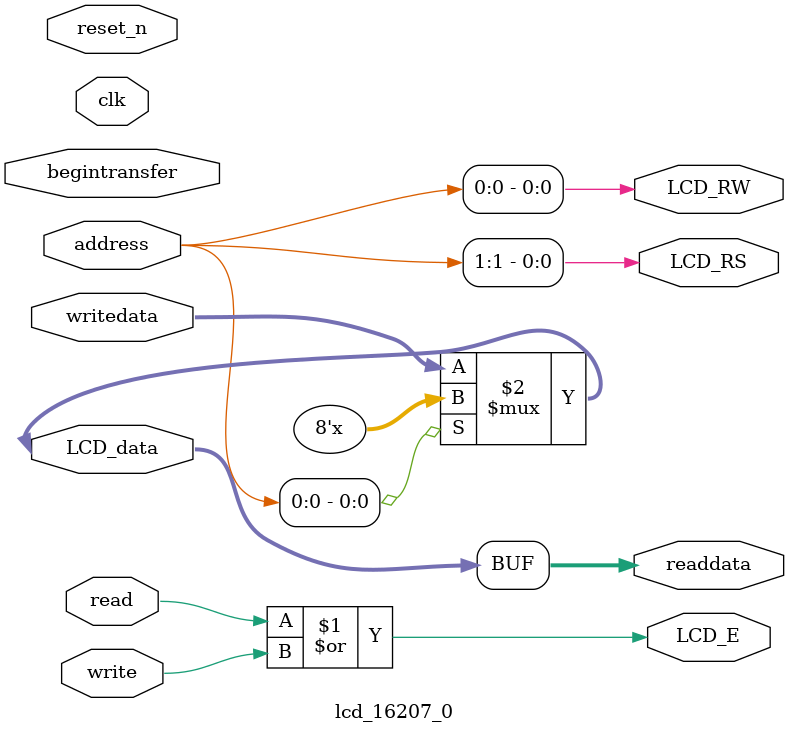
<source format=v>
module lcd_16207_0 (
                      address,
                      begintransfer,
                      clk,
                      read,
                      reset_n,
                      write,
                      writedata,
                      LCD_E,
                      LCD_RS,
                      LCD_RW,
                      LCD_data,
                      readdata
                   )
;
  output           LCD_E;
  output           LCD_RS;
  output           LCD_RW;
  inout   [  7: 0] LCD_data;
  output  [  7: 0] readdata;
  input   [  1: 0] address;
  input            begintransfer;
  input            clk;
  input            read;
  input            reset_n;
  input            write;
  input   [  7: 0] writedata;
  wire             LCD_E;
  wire             LCD_RS;
  wire             LCD_RW;
  wire    [  7: 0] LCD_data;
  wire    [  7: 0] readdata;
  assign LCD_RW = address[0];
  assign LCD_RS = address[1];
  assign LCD_E = read | write;
  assign LCD_data = (address[0]) ? 8'bz : writedata;
  assign readdata = LCD_data;
endmodule
</source>
